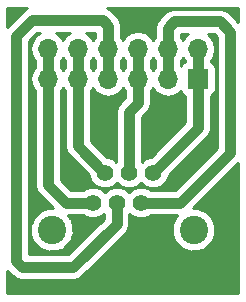
<source format=gbl>
%TF.GenerationSoftware,KiCad,Pcbnew,4.0.7*%
%TF.CreationDate,2017-10-02T13:41:12+08:00*%
%TF.ProjectId,RJ12(PCB-maker),524A3132285043422D6D616B6572292E,rev?*%
%TF.FileFunction,Copper,L2,Bot,Signal*%
%FSLAX46Y46*%
G04 Gerber Fmt 4.6, Leading zero omitted, Abs format (unit mm)*
G04 Created by KiCad (PCBNEW 4.0.7) date 10/02/17 13:41:12*
%MOMM*%
%LPD*%
G01*
G04 APERTURE LIST*
%ADD10C,0.100000*%
%ADD11C,2.400000*%
%ADD12C,1.400000*%
%ADD13R,1.700000X1.700000*%
%ADD14O,1.700000X1.700000*%
%ADD15C,0.900000*%
%ADD16C,0.254000*%
G04 APERTURE END LIST*
D10*
D11*
X-6207400Y-20659120D03*
X-18207400Y-20659120D03*
D12*
X-9657400Y-15819120D03*
X-11697400Y-15819120D03*
X-13737400Y-15819120D03*
X-10677400Y-18359120D03*
X-12717400Y-18359120D03*
X-14757400Y-18359120D03*
D13*
X-5842000Y-7874000D03*
D14*
X-5842000Y-5334000D03*
X-8382000Y-7874000D03*
X-8382000Y-5334000D03*
X-10922000Y-7874000D03*
X-10922000Y-5334000D03*
X-13462000Y-7874000D03*
X-13462000Y-5334000D03*
X-16002000Y-7874000D03*
X-16002000Y-5334000D03*
X-18542000Y-7874000D03*
X-18542000Y-5334000D03*
D15*
X-15996920Y-5646420D02*
X-15996920Y-8186420D01*
X-13759180Y-15819120D02*
X-15996920Y-13581380D01*
X-15996920Y-13581380D02*
X-15996920Y-5646420D01*
X-18536920Y-5646420D02*
X-18536920Y-8186420D01*
X-14757400Y-18359120D02*
X-17040860Y-18359120D01*
X-18536920Y-16863060D02*
X-18536920Y-5646420D01*
X-17040860Y-18359120D02*
X-18536920Y-16863060D01*
X-13456920Y-5646420D02*
X-13456920Y-8186420D01*
X-12717400Y-18359120D02*
X-12717400Y-20154520D01*
X-13456920Y-3362960D02*
X-13456920Y-8186420D01*
X-13911580Y-2908300D02*
X-13456920Y-3362960D01*
X-19890740Y-2908300D02*
X-13911580Y-2908300D01*
X-21231860Y-4249420D02*
X-19890740Y-2908300D01*
X-21231860Y-23332440D02*
X-21231860Y-4249420D01*
X-20728940Y-23835360D02*
X-21231860Y-23332440D01*
X-16398240Y-23835360D02*
X-20728940Y-23835360D01*
X-12717400Y-20154520D02*
X-16398240Y-23835360D01*
X-10916920Y-5646420D02*
X-10916920Y-8186420D01*
X-11697400Y-15819120D02*
X-11697400Y-10668700D01*
X-10916920Y-9888220D02*
X-10916920Y-5646420D01*
X-11697400Y-10668700D02*
X-10916920Y-9888220D01*
X-8376920Y-5646420D02*
X-8376920Y-8186420D01*
X-10677400Y-18359120D02*
X-7317740Y-18359120D01*
X-8376920Y-3548380D02*
X-8376920Y-8186420D01*
X-7848600Y-3020060D02*
X-8376920Y-3548380D01*
X-3992880Y-3020060D02*
X-7848600Y-3020060D01*
X-3126740Y-3886200D02*
X-3992880Y-3020060D01*
X-3126740Y-14168120D02*
X-3126740Y-3886200D01*
X-7317740Y-18359120D02*
X-3126740Y-14168120D01*
X-5836920Y-5646420D02*
X-5836920Y-8186420D01*
X-9639300Y-15819120D02*
X-5836920Y-12016740D01*
X-5836920Y-12016740D02*
X-5836920Y-5646420D01*
D16*
G36*
X-2413000Y-26035000D02*
X-21971000Y-26035000D01*
X-21971000Y-24127722D01*
X-21496151Y-24602571D01*
X-21144152Y-24837769D01*
X-20728940Y-24920360D01*
X-16398240Y-24920360D01*
X-15983028Y-24837769D01*
X-15631029Y-24602571D01*
X-11950189Y-20921731D01*
X-11714990Y-20569731D01*
X-11632400Y-20154520D01*
X-11632400Y-19292077D01*
X-11434604Y-19490218D01*
X-10944113Y-19693888D01*
X-10413017Y-19694351D01*
X-9922171Y-19491538D01*
X-9874670Y-19444120D01*
X-7587627Y-19444120D01*
X-7762130Y-19618319D01*
X-7779047Y-19659059D01*
X-7792188Y-19664685D01*
X-7912502Y-19980455D01*
X-8042081Y-20292515D01*
X-8042106Y-20320605D01*
X-8052107Y-20346854D01*
X-8042423Y-20684620D01*
X-8042718Y-21022523D01*
X-8031991Y-21048484D01*
X-8031186Y-21076563D01*
X-7792188Y-21653555D01*
X-7779788Y-21658864D01*
X-7763945Y-21697206D01*
X-7248201Y-22213850D01*
X-7207461Y-22230767D01*
X-7201835Y-22243908D01*
X-6886065Y-22364222D01*
X-6574005Y-22493801D01*
X-6545915Y-22493826D01*
X-6519666Y-22503827D01*
X-6181900Y-22494143D01*
X-5843997Y-22494438D01*
X-5818036Y-22483711D01*
X-5789957Y-22482906D01*
X-5212965Y-22243908D01*
X-5207656Y-22231508D01*
X-5169314Y-22215665D01*
X-4652670Y-21699921D01*
X-4635753Y-21659181D01*
X-4622612Y-21653555D01*
X-4502298Y-21337785D01*
X-4372719Y-21025725D01*
X-4372694Y-20997635D01*
X-4362693Y-20971386D01*
X-4372377Y-20633620D01*
X-4372082Y-20295717D01*
X-4382809Y-20269756D01*
X-4383614Y-20241677D01*
X-4622612Y-19664685D01*
X-4635012Y-19659376D01*
X-4650855Y-19621034D01*
X-5166599Y-19104390D01*
X-5207339Y-19087473D01*
X-5212965Y-19074332D01*
X-5528735Y-18954018D01*
X-5840795Y-18824439D01*
X-5868885Y-18824414D01*
X-5895134Y-18814413D01*
X-6232900Y-18824097D01*
X-6248281Y-18824083D01*
X-2413000Y-14988802D01*
X-2413000Y-26035000D01*
X-2413000Y-26035000D01*
G37*
X-2413000Y-26035000D02*
X-21971000Y-26035000D01*
X-21971000Y-24127722D01*
X-21496151Y-24602571D01*
X-21144152Y-24837769D01*
X-20728940Y-24920360D01*
X-16398240Y-24920360D01*
X-15983028Y-24837769D01*
X-15631029Y-24602571D01*
X-11950189Y-20921731D01*
X-11714990Y-20569731D01*
X-11632400Y-20154520D01*
X-11632400Y-19292077D01*
X-11434604Y-19490218D01*
X-10944113Y-19693888D01*
X-10413017Y-19694351D01*
X-9922171Y-19491538D01*
X-9874670Y-19444120D01*
X-7587627Y-19444120D01*
X-7762130Y-19618319D01*
X-7779047Y-19659059D01*
X-7792188Y-19664685D01*
X-7912502Y-19980455D01*
X-8042081Y-20292515D01*
X-8042106Y-20320605D01*
X-8052107Y-20346854D01*
X-8042423Y-20684620D01*
X-8042718Y-21022523D01*
X-8031991Y-21048484D01*
X-8031186Y-21076563D01*
X-7792188Y-21653555D01*
X-7779788Y-21658864D01*
X-7763945Y-21697206D01*
X-7248201Y-22213850D01*
X-7207461Y-22230767D01*
X-7201835Y-22243908D01*
X-6886065Y-22364222D01*
X-6574005Y-22493801D01*
X-6545915Y-22493826D01*
X-6519666Y-22503827D01*
X-6181900Y-22494143D01*
X-5843997Y-22494438D01*
X-5818036Y-22483711D01*
X-5789957Y-22482906D01*
X-5212965Y-22243908D01*
X-5207656Y-22231508D01*
X-5169314Y-22215665D01*
X-4652670Y-21699921D01*
X-4635753Y-21659181D01*
X-4622612Y-21653555D01*
X-4502298Y-21337785D01*
X-4372719Y-21025725D01*
X-4372694Y-20997635D01*
X-4362693Y-20971386D01*
X-4372377Y-20633620D01*
X-4372082Y-20295717D01*
X-4382809Y-20269756D01*
X-4383614Y-20241677D01*
X-4622612Y-19664685D01*
X-4635012Y-19659376D01*
X-4650855Y-19621034D01*
X-5166599Y-19104390D01*
X-5207339Y-19087473D01*
X-5212965Y-19074332D01*
X-5528735Y-18954018D01*
X-5840795Y-18824439D01*
X-5868885Y-18824414D01*
X-5895134Y-18814413D01*
X-6232900Y-18824097D01*
X-6248281Y-18824083D01*
X-2413000Y-14988802D01*
X-2413000Y-26035000D01*
G36*
X-19592054Y-4254853D02*
X-19913961Y-4736622D01*
X-20027000Y-5304907D01*
X-20027000Y-5363093D01*
X-19913961Y-5931378D01*
X-19621920Y-6368449D01*
X-19621920Y-6839551D01*
X-19913961Y-7276622D01*
X-20027000Y-7844907D01*
X-20027000Y-7903093D01*
X-19913961Y-8471378D01*
X-19621920Y-8908449D01*
X-19621920Y-16863060D01*
X-19539329Y-17278272D01*
X-19304131Y-17630271D01*
X-18113722Y-18820680D01*
X-18232900Y-18824097D01*
X-18570803Y-18823802D01*
X-18596764Y-18834529D01*
X-18624843Y-18835334D01*
X-19201835Y-19074332D01*
X-19207144Y-19086732D01*
X-19245486Y-19102575D01*
X-19762130Y-19618319D01*
X-19779047Y-19659059D01*
X-19792188Y-19664685D01*
X-19912502Y-19980455D01*
X-20042081Y-20292515D01*
X-20042106Y-20320605D01*
X-20052107Y-20346854D01*
X-20042423Y-20684620D01*
X-20042718Y-21022523D01*
X-20031991Y-21048484D01*
X-20031186Y-21076563D01*
X-19792188Y-21653555D01*
X-19779788Y-21658864D01*
X-19763945Y-21697206D01*
X-19248201Y-22213850D01*
X-19207461Y-22230767D01*
X-19201835Y-22243908D01*
X-18886065Y-22364222D01*
X-18574005Y-22493801D01*
X-18545915Y-22493826D01*
X-18519666Y-22503827D01*
X-18181900Y-22494143D01*
X-17843997Y-22494438D01*
X-17818036Y-22483711D01*
X-17789957Y-22482906D01*
X-17212965Y-22243908D01*
X-17207656Y-22231508D01*
X-17169314Y-22215665D01*
X-16652670Y-21699921D01*
X-16635753Y-21659181D01*
X-16622612Y-21653555D01*
X-16502298Y-21337785D01*
X-16372719Y-21025725D01*
X-16372694Y-20997635D01*
X-16362693Y-20971386D01*
X-16372377Y-20633620D01*
X-16372082Y-20295717D01*
X-16382809Y-20269756D01*
X-16383614Y-20241677D01*
X-16622612Y-19664685D01*
X-16635012Y-19659376D01*
X-16650855Y-19621034D01*
X-16827461Y-19444120D01*
X-15560622Y-19444120D01*
X-15514604Y-19490218D01*
X-15024113Y-19693888D01*
X-14493017Y-19694351D01*
X-14002171Y-19491538D01*
X-13802400Y-19292115D01*
X-13802400Y-19705098D01*
X-16847662Y-22750360D01*
X-20146860Y-22750360D01*
X-20146860Y-4698842D01*
X-19441318Y-3993300D01*
X-19200611Y-3993300D01*
X-19592054Y-4254853D01*
X-19592054Y-4254853D01*
G37*
X-19592054Y-4254853D02*
X-19913961Y-4736622D01*
X-20027000Y-5304907D01*
X-20027000Y-5363093D01*
X-19913961Y-5931378D01*
X-19621920Y-6368449D01*
X-19621920Y-6839551D01*
X-19913961Y-7276622D01*
X-20027000Y-7844907D01*
X-20027000Y-7903093D01*
X-19913961Y-8471378D01*
X-19621920Y-8908449D01*
X-19621920Y-16863060D01*
X-19539329Y-17278272D01*
X-19304131Y-17630271D01*
X-18113722Y-18820680D01*
X-18232900Y-18824097D01*
X-18570803Y-18823802D01*
X-18596764Y-18834529D01*
X-18624843Y-18835334D01*
X-19201835Y-19074332D01*
X-19207144Y-19086732D01*
X-19245486Y-19102575D01*
X-19762130Y-19618319D01*
X-19779047Y-19659059D01*
X-19792188Y-19664685D01*
X-19912502Y-19980455D01*
X-20042081Y-20292515D01*
X-20042106Y-20320605D01*
X-20052107Y-20346854D01*
X-20042423Y-20684620D01*
X-20042718Y-21022523D01*
X-20031991Y-21048484D01*
X-20031186Y-21076563D01*
X-19792188Y-21653555D01*
X-19779788Y-21658864D01*
X-19763945Y-21697206D01*
X-19248201Y-22213850D01*
X-19207461Y-22230767D01*
X-19201835Y-22243908D01*
X-18886065Y-22364222D01*
X-18574005Y-22493801D01*
X-18545915Y-22493826D01*
X-18519666Y-22503827D01*
X-18181900Y-22494143D01*
X-17843997Y-22494438D01*
X-17818036Y-22483711D01*
X-17789957Y-22482906D01*
X-17212965Y-22243908D01*
X-17207656Y-22231508D01*
X-17169314Y-22215665D01*
X-16652670Y-21699921D01*
X-16635753Y-21659181D01*
X-16622612Y-21653555D01*
X-16502298Y-21337785D01*
X-16372719Y-21025725D01*
X-16372694Y-20997635D01*
X-16362693Y-20971386D01*
X-16372377Y-20633620D01*
X-16372082Y-20295717D01*
X-16382809Y-20269756D01*
X-16383614Y-20241677D01*
X-16622612Y-19664685D01*
X-16635012Y-19659376D01*
X-16650855Y-19621034D01*
X-16827461Y-19444120D01*
X-15560622Y-19444120D01*
X-15514604Y-19490218D01*
X-15024113Y-19693888D01*
X-14493017Y-19694351D01*
X-14002171Y-19491538D01*
X-13802400Y-19292115D01*
X-13802400Y-19705098D01*
X-16847662Y-22750360D01*
X-20146860Y-22750360D01*
X-20146860Y-4698842D01*
X-19441318Y-3993300D01*
X-19200611Y-3993300D01*
X-19592054Y-4254853D01*
G36*
X-4211740Y-4335622D02*
X-4211740Y-13718698D01*
X-7767162Y-17274120D01*
X-9874178Y-17274120D01*
X-9920196Y-17228022D01*
X-10410687Y-17024352D01*
X-10941783Y-17023889D01*
X-11432629Y-17226702D01*
X-11697533Y-17491144D01*
X-11960196Y-17228022D01*
X-12450687Y-17024352D01*
X-12981783Y-17023889D01*
X-13472629Y-17226702D01*
X-13737533Y-17491144D01*
X-14000196Y-17228022D01*
X-14490687Y-17024352D01*
X-15021783Y-17023889D01*
X-15512629Y-17226702D01*
X-15560130Y-17274120D01*
X-16591438Y-17274120D01*
X-17451920Y-16413638D01*
X-17451920Y-8893244D01*
X-17272000Y-8623974D01*
X-17081920Y-8908449D01*
X-17081920Y-13581380D01*
X-16999329Y-13996592D01*
X-16764131Y-14348591D01*
X-15072593Y-16040129D01*
X-15072631Y-16083503D01*
X-14869818Y-16574349D01*
X-14494604Y-16950218D01*
X-14004113Y-17153888D01*
X-13473017Y-17154351D01*
X-12982171Y-16951538D01*
X-12717267Y-16687096D01*
X-12454604Y-16950218D01*
X-11964113Y-17153888D01*
X-11433017Y-17154351D01*
X-10942171Y-16951538D01*
X-10677267Y-16687096D01*
X-10414604Y-16950218D01*
X-9924113Y-17153888D01*
X-9393017Y-17154351D01*
X-8902171Y-16951538D01*
X-8526302Y-16576324D01*
X-8322632Y-16085833D01*
X-8322589Y-16036831D01*
X-5069709Y-12783951D01*
X-4932746Y-12578971D01*
X-4834511Y-12431952D01*
X-4751920Y-12016740D01*
X-4751920Y-9324097D01*
X-4540559Y-9188090D01*
X-4395569Y-8975890D01*
X-4344560Y-8724000D01*
X-4344560Y-7024000D01*
X-4388838Y-6788683D01*
X-4527910Y-6572559D01*
X-4740110Y-6427569D01*
X-4751920Y-6425177D01*
X-4751920Y-6353244D01*
X-4470039Y-5931378D01*
X-4357000Y-5363093D01*
X-4357000Y-5304907D01*
X-4470039Y-4736622D01*
X-4791946Y-4254853D01*
X-5016128Y-4105060D01*
X-4442302Y-4105060D01*
X-4211740Y-4335622D01*
X-4211740Y-4335622D01*
G37*
X-4211740Y-4335622D02*
X-4211740Y-13718698D01*
X-7767162Y-17274120D01*
X-9874178Y-17274120D01*
X-9920196Y-17228022D01*
X-10410687Y-17024352D01*
X-10941783Y-17023889D01*
X-11432629Y-17226702D01*
X-11697533Y-17491144D01*
X-11960196Y-17228022D01*
X-12450687Y-17024352D01*
X-12981783Y-17023889D01*
X-13472629Y-17226702D01*
X-13737533Y-17491144D01*
X-14000196Y-17228022D01*
X-14490687Y-17024352D01*
X-15021783Y-17023889D01*
X-15512629Y-17226702D01*
X-15560130Y-17274120D01*
X-16591438Y-17274120D01*
X-17451920Y-16413638D01*
X-17451920Y-8893244D01*
X-17272000Y-8623974D01*
X-17081920Y-8908449D01*
X-17081920Y-13581380D01*
X-16999329Y-13996592D01*
X-16764131Y-14348591D01*
X-15072593Y-16040129D01*
X-15072631Y-16083503D01*
X-14869818Y-16574349D01*
X-14494604Y-16950218D01*
X-14004113Y-17153888D01*
X-13473017Y-17154351D01*
X-12982171Y-16951538D01*
X-12717267Y-16687096D01*
X-12454604Y-16950218D01*
X-11964113Y-17153888D01*
X-11433017Y-17154351D01*
X-10942171Y-16951538D01*
X-10677267Y-16687096D01*
X-10414604Y-16950218D01*
X-9924113Y-17153888D01*
X-9393017Y-17154351D01*
X-8902171Y-16951538D01*
X-8526302Y-16576324D01*
X-8322632Y-16085833D01*
X-8322589Y-16036831D01*
X-5069709Y-12783951D01*
X-4932746Y-12578971D01*
X-4834511Y-12431952D01*
X-4751920Y-12016740D01*
X-4751920Y-9324097D01*
X-4540559Y-9188090D01*
X-4395569Y-8975890D01*
X-4344560Y-8724000D01*
X-4344560Y-7024000D01*
X-4388838Y-6788683D01*
X-4527910Y-6572559D01*
X-4740110Y-6427569D01*
X-4751920Y-6425177D01*
X-4751920Y-6353244D01*
X-4470039Y-5931378D01*
X-4357000Y-5363093D01*
X-4357000Y-5304907D01*
X-4470039Y-4736622D01*
X-4791946Y-4254853D01*
X-5016128Y-4105060D01*
X-4442302Y-4105060D01*
X-4211740Y-4335622D01*
G36*
X-12001920Y-8908449D02*
X-12001920Y-9438798D01*
X-12464611Y-9901489D01*
X-12699809Y-10253488D01*
X-12782400Y-10668700D01*
X-12782400Y-14886163D01*
X-12980196Y-14688022D01*
X-13470687Y-14484352D01*
X-13559604Y-14484274D01*
X-14911920Y-13131958D01*
X-14911920Y-8893244D01*
X-14732000Y-8623974D01*
X-14512054Y-8953147D01*
X-14030285Y-9275054D01*
X-13462000Y-9388093D01*
X-12893715Y-9275054D01*
X-12411946Y-8953147D01*
X-12192000Y-8623974D01*
X-12001920Y-8908449D01*
X-12001920Y-8908449D01*
G37*
X-12001920Y-8908449D02*
X-12001920Y-9438798D01*
X-12464611Y-9901489D01*
X-12699809Y-10253488D01*
X-12782400Y-10668700D01*
X-12782400Y-14886163D01*
X-12980196Y-14688022D01*
X-13470687Y-14484352D01*
X-13559604Y-14484274D01*
X-14911920Y-13131958D01*
X-14911920Y-8893244D01*
X-14732000Y-8623974D01*
X-14512054Y-8953147D01*
X-14030285Y-9275054D01*
X-13462000Y-9388093D01*
X-12893715Y-9275054D01*
X-12411946Y-8953147D01*
X-12192000Y-8623974D01*
X-12001920Y-8908449D01*
G36*
X-9432054Y-8953147D02*
X-8950285Y-9275054D01*
X-8382000Y-9388093D01*
X-7813715Y-9275054D01*
X-7331946Y-8953147D01*
X-7304150Y-8911548D01*
X-7295162Y-8959317D01*
X-7156090Y-9175441D01*
X-6943890Y-9320431D01*
X-6921920Y-9324880D01*
X-6921920Y-11567318D01*
X-9838564Y-14483962D01*
X-9921783Y-14483889D01*
X-10412629Y-14686702D01*
X-10612400Y-14886125D01*
X-10612400Y-11118122D01*
X-10149709Y-10655431D01*
X-9914511Y-10303432D01*
X-9831920Y-9888220D01*
X-9831920Y-8893244D01*
X-9652000Y-8623974D01*
X-9432054Y-8953147D01*
X-9432054Y-8953147D01*
G37*
X-9432054Y-8953147D02*
X-8950285Y-9275054D01*
X-8382000Y-9388093D01*
X-7813715Y-9275054D01*
X-7331946Y-8953147D01*
X-7304150Y-8911548D01*
X-7295162Y-8959317D01*
X-7156090Y-9175441D01*
X-6943890Y-9320431D01*
X-6921920Y-9324880D01*
X-6921920Y-11567318D01*
X-9838564Y-14483962D01*
X-9921783Y-14483889D01*
X-10412629Y-14686702D01*
X-10612400Y-14886125D01*
X-10612400Y-11118122D01*
X-10149709Y-10655431D01*
X-9914511Y-10303432D01*
X-9831920Y-9888220D01*
X-9831920Y-8893244D01*
X-9652000Y-8623974D01*
X-9432054Y-8953147D01*
G36*
X-12001920Y-6368449D02*
X-12001920Y-6839551D01*
X-12192000Y-7124026D01*
X-12371920Y-6854756D01*
X-12371920Y-6353244D01*
X-12192000Y-6083974D01*
X-12001920Y-6368449D01*
X-12001920Y-6368449D01*
G37*
X-12001920Y-6368449D02*
X-12001920Y-6839551D01*
X-12192000Y-7124026D01*
X-12371920Y-6854756D01*
X-12371920Y-6353244D01*
X-12192000Y-6083974D01*
X-12001920Y-6368449D01*
G36*
X-9461920Y-6368449D02*
X-9461920Y-6839551D01*
X-9652000Y-7124026D01*
X-9831920Y-6854756D01*
X-9831920Y-6353244D01*
X-9652000Y-6083974D01*
X-9461920Y-6368449D01*
X-9461920Y-6368449D01*
G37*
X-9461920Y-6368449D02*
X-9461920Y-6839551D01*
X-9652000Y-7124026D01*
X-9831920Y-6854756D01*
X-9831920Y-6353244D01*
X-9652000Y-6083974D01*
X-9461920Y-6368449D01*
G36*
X-14541920Y-6368449D02*
X-14541920Y-6839551D01*
X-14732000Y-7124026D01*
X-14911920Y-6854756D01*
X-14911920Y-6353244D01*
X-14732000Y-6083974D01*
X-14541920Y-6368449D01*
X-14541920Y-6368449D01*
G37*
X-14541920Y-6368449D02*
X-14541920Y-6839551D01*
X-14732000Y-7124026D01*
X-14911920Y-6854756D01*
X-14911920Y-6353244D01*
X-14732000Y-6083974D01*
X-14541920Y-6368449D01*
G36*
X-17081920Y-6368449D02*
X-17081920Y-6839551D01*
X-17272000Y-7124026D01*
X-17451920Y-6854756D01*
X-17451920Y-6353244D01*
X-17272000Y-6083974D01*
X-17081920Y-6368449D01*
X-17081920Y-6368449D01*
G37*
X-17081920Y-6368449D02*
X-17081920Y-6839551D01*
X-17272000Y-7124026D01*
X-17451920Y-6854756D01*
X-17451920Y-6353244D01*
X-17272000Y-6083974D01*
X-17081920Y-6368449D01*
G36*
X-6921920Y-6368449D02*
X-6921920Y-6419822D01*
X-6927317Y-6420838D01*
X-7143441Y-6559910D01*
X-7288431Y-6772110D01*
X-7291920Y-6789339D01*
X-7291920Y-6353244D01*
X-7112000Y-6083974D01*
X-6921920Y-6368449D01*
X-6921920Y-6368449D01*
G37*
X-6921920Y-6368449D02*
X-6921920Y-6419822D01*
X-6927317Y-6420838D01*
X-7143441Y-6559910D01*
X-7288431Y-6772110D01*
X-7291920Y-6789339D01*
X-7291920Y-6353244D01*
X-7112000Y-6083974D01*
X-6921920Y-6368449D01*
G36*
X-2413000Y-3065518D02*
X-3225669Y-2252849D01*
X-3392930Y-2141089D01*
X-3577668Y-2017651D01*
X-3992880Y-1935060D01*
X-7848600Y-1935060D01*
X-8263812Y-2017651D01*
X-8448550Y-2141089D01*
X-8615811Y-2252849D01*
X-9144131Y-2781169D01*
X-9379329Y-3133168D01*
X-9461920Y-3548380D01*
X-9461920Y-4299551D01*
X-9652000Y-4584026D01*
X-9871946Y-4254853D01*
X-10353715Y-3932946D01*
X-10922000Y-3819907D01*
X-11490285Y-3932946D01*
X-11972054Y-4254853D01*
X-12192000Y-4584026D01*
X-12371920Y-4314756D01*
X-12371920Y-3362960D01*
X-12454511Y-2947748D01*
X-12689709Y-2595749D01*
X-13144369Y-2141089D01*
X-13496368Y-1905891D01*
X-13500847Y-1905000D01*
X-2413000Y-1905000D01*
X-2413000Y-3065518D01*
X-2413000Y-3065518D01*
G37*
X-2413000Y-3065518D02*
X-3225669Y-2252849D01*
X-3392930Y-2141089D01*
X-3577668Y-2017651D01*
X-3992880Y-1935060D01*
X-7848600Y-1935060D01*
X-8263812Y-2017651D01*
X-8448550Y-2141089D01*
X-8615811Y-2252849D01*
X-9144131Y-2781169D01*
X-9379329Y-3133168D01*
X-9461920Y-3548380D01*
X-9461920Y-4299551D01*
X-9652000Y-4584026D01*
X-9871946Y-4254853D01*
X-10353715Y-3932946D01*
X-10922000Y-3819907D01*
X-11490285Y-3932946D01*
X-11972054Y-4254853D01*
X-12192000Y-4584026D01*
X-12371920Y-4314756D01*
X-12371920Y-3362960D01*
X-12454511Y-2947748D01*
X-12689709Y-2595749D01*
X-13144369Y-2141089D01*
X-13496368Y-1905891D01*
X-13500847Y-1905000D01*
X-2413000Y-1905000D01*
X-2413000Y-3065518D01*
G36*
X-17052054Y-4254853D02*
X-17272000Y-4584026D01*
X-17491946Y-4254853D01*
X-17883389Y-3993300D01*
X-16660611Y-3993300D01*
X-17052054Y-4254853D01*
X-17052054Y-4254853D01*
G37*
X-17052054Y-4254853D02*
X-17272000Y-4584026D01*
X-17491946Y-4254853D01*
X-17883389Y-3993300D01*
X-16660611Y-3993300D01*
X-17052054Y-4254853D01*
G36*
X-14541920Y-4299551D02*
X-14732000Y-4584026D01*
X-14951946Y-4254853D01*
X-15343389Y-3993300D01*
X-14541920Y-3993300D01*
X-14541920Y-4299551D01*
X-14541920Y-4299551D01*
G37*
X-14541920Y-4299551D02*
X-14732000Y-4584026D01*
X-14951946Y-4254853D01*
X-15343389Y-3993300D01*
X-14541920Y-3993300D01*
X-14541920Y-4299551D01*
G36*
X-6892054Y-4254853D02*
X-7112000Y-4584026D01*
X-7291920Y-4314756D01*
X-7291920Y-4105060D01*
X-6667872Y-4105060D01*
X-6892054Y-4254853D01*
X-6892054Y-4254853D01*
G37*
X-6892054Y-4254853D02*
X-7112000Y-4584026D01*
X-7291920Y-4314756D01*
X-7291920Y-4105060D01*
X-6667872Y-4105060D01*
X-6892054Y-4254853D01*
G36*
X-20305952Y-1905891D02*
X-20657951Y-2141089D01*
X-21971000Y-3454138D01*
X-21971000Y-1905000D01*
X-20301473Y-1905000D01*
X-20305952Y-1905891D01*
X-20305952Y-1905891D01*
G37*
X-20305952Y-1905891D02*
X-20657951Y-2141089D01*
X-21971000Y-3454138D01*
X-21971000Y-1905000D01*
X-20301473Y-1905000D01*
X-20305952Y-1905891D01*
M02*

</source>
